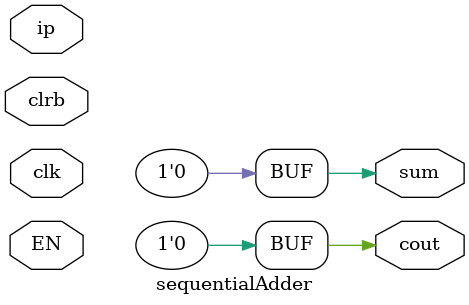
<source format=v>
module sequentialAdder(clk,EN,clrb,ip,sum,cout);
	input clk,EN,ip,clrb;
	output reg sum,cout;
	wire q1,q2,q3,w;
	initial
	begin
		sum=1'b0;
		cout=1'b0;
	end
	shiftReg4bit reg1(sum,clk,EN,q1);
	shiftReg4bit reg2(ip,clk,EN,q2);
	and a1(w,clk,EN);
	async_dff dff(cout,clrb,clk,q3);
	fulladder1bit fa(sum,cout,q1,q2,);
endmodule
</source>
